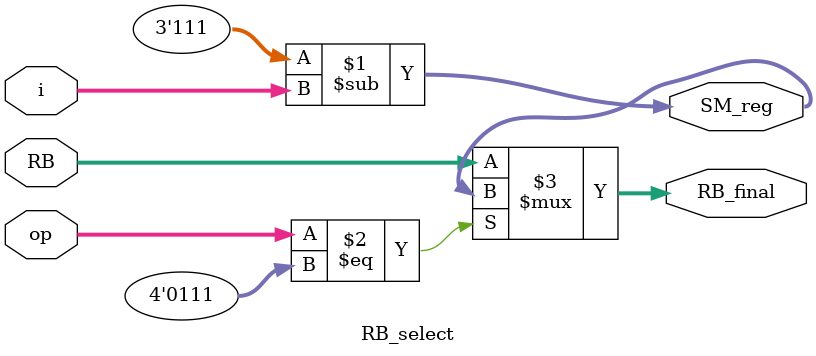
<source format=v>
`timescale 1ns / 1ps


module RB_select(RB, i, op, SM_reg, RB_final);
    input [2:0] RB;
    input [3:0] op;
    input [2:0] i;
    output [2:0] RB_final;
    output [2:0] SM_reg;
    
    assign SM_reg = 3'd7 - i;
    assign RB_final = (op == 4'd7)? SM_reg: RB;
    
endmodule

</source>
